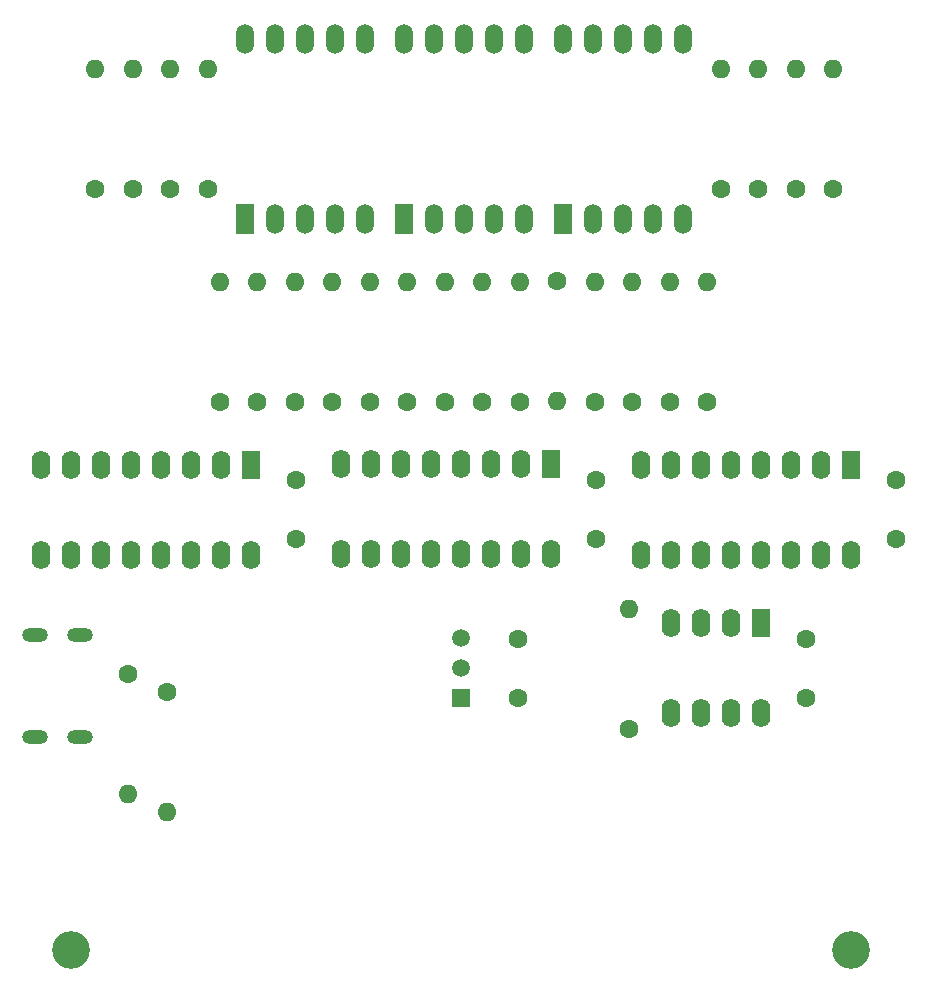
<source format=gts>
G04 #@! TF.GenerationSoftware,KiCad,Pcbnew,7.0.10*
G04 #@! TF.CreationDate,2024-02-08T17:52:20+11:00*
G04 #@! TF.ProjectId,Desktop Thermometer USB-C,4465736b-746f-4702-9054-6865726d6f6d,rev?*
G04 #@! TF.SameCoordinates,Original*
G04 #@! TF.FileFunction,Soldermask,Top*
G04 #@! TF.FilePolarity,Negative*
%FSLAX46Y46*%
G04 Gerber Fmt 4.6, Leading zero omitted, Abs format (unit mm)*
G04 Created by KiCad (PCBNEW 7.0.10) date 2024-02-08 17:52:20*
%MOMM*%
%LPD*%
G01*
G04 APERTURE LIST*
%ADD10C,1.600000*%
%ADD11O,1.600000X1.600000*%
%ADD12R,1.600000X2.400000*%
%ADD13O,1.600000X2.400000*%
%ADD14R,1.524000X2.524000*%
%ADD15O,1.524000X2.524000*%
%ADD16C,3.200000*%
%ADD17C,1.500000*%
%ADD18R,1.500000X1.500000*%
%ADD19O,2.204000X1.204000*%
G04 APERTURE END LIST*
D10*
X142001000Y-103179000D03*
X142001000Y-108179000D03*
X123205000Y-94717000D03*
X123205000Y-89717000D03*
X126253000Y-83073000D03*
D11*
X126253000Y-72913000D03*
D12*
X144780000Y-88392000D03*
D13*
X142240000Y-88392000D03*
X139700000Y-88392000D03*
X137160000Y-88392000D03*
X134620000Y-88392000D03*
X132080000Y-88392000D03*
X129540000Y-88392000D03*
X127000000Y-88392000D03*
X127000000Y-96012000D03*
X129540000Y-96012000D03*
X132080000Y-96012000D03*
X134620000Y-96012000D03*
X137160000Y-96012000D03*
X139700000Y-96012000D03*
X142240000Y-96012000D03*
X144780000Y-96012000D03*
D10*
X165496000Y-65039000D03*
D11*
X165496000Y-54879000D03*
D14*
X118879000Y-67579000D03*
D15*
X121419000Y-67579000D03*
X123959000Y-67579000D03*
X126499000Y-67579000D03*
X129039000Y-67579000D03*
X129039000Y-52339000D03*
X126499000Y-52339000D03*
X123959000Y-52339000D03*
X121419000Y-52339000D03*
X118879000Y-52339000D03*
D16*
X170180000Y-129540000D03*
D10*
X115712000Y-65039000D03*
D11*
X115712000Y-54879000D03*
D12*
X119395000Y-88407000D03*
D13*
X116855000Y-88407000D03*
X114315000Y-88407000D03*
X111775000Y-88407000D03*
X109235000Y-88407000D03*
X106695000Y-88407000D03*
X104155000Y-88407000D03*
X101615000Y-88407000D03*
X101615000Y-96027000D03*
X104155000Y-96027000D03*
X106695000Y-96027000D03*
X109235000Y-96027000D03*
X111775000Y-96027000D03*
X114315000Y-96027000D03*
X116855000Y-96027000D03*
X119395000Y-96027000D03*
D10*
X142128000Y-83073000D03*
D11*
X142128000Y-72913000D03*
D10*
X108966000Y-106172000D03*
D11*
X108966000Y-116332000D03*
D10*
X168671000Y-65039000D03*
D11*
X168671000Y-54879000D03*
D10*
X151399000Y-110759000D03*
D11*
X151399000Y-100599000D03*
D10*
X151653000Y-83073000D03*
D11*
X151653000Y-72913000D03*
D16*
X104140000Y-129540000D03*
D10*
X138953000Y-83073000D03*
D11*
X138953000Y-72913000D03*
D12*
X162565000Y-101854000D03*
D13*
X160025000Y-101854000D03*
X157485000Y-101854000D03*
X154945000Y-101854000D03*
X154945000Y-109474000D03*
X157485000Y-109474000D03*
X160025000Y-109474000D03*
X162565000Y-109474000D03*
D10*
X112537000Y-65039000D03*
D11*
X112537000Y-54879000D03*
D10*
X116728000Y-83073000D03*
D11*
X116728000Y-72913000D03*
D10*
X129428000Y-83073000D03*
D11*
X129428000Y-72913000D03*
D10*
X135778000Y-83073000D03*
D11*
X135778000Y-72913000D03*
D12*
X170195000Y-88407000D03*
D13*
X167655000Y-88407000D03*
X165115000Y-88407000D03*
X162575000Y-88407000D03*
X160035000Y-88407000D03*
X157495000Y-88407000D03*
X154955000Y-88407000D03*
X152415000Y-88407000D03*
X152415000Y-96027000D03*
X154955000Y-96027000D03*
X157495000Y-96027000D03*
X160035000Y-96027000D03*
X162575000Y-96027000D03*
X165115000Y-96027000D03*
X167655000Y-96027000D03*
X170195000Y-96027000D03*
D17*
X137181000Y-103124000D03*
X137181000Y-105664000D03*
D18*
X137181000Y-108204000D03*
D10*
X159146000Y-65039000D03*
D11*
X159146000Y-54879000D03*
D14*
X145811000Y-67579000D03*
D15*
X148351000Y-67579000D03*
X150891000Y-67579000D03*
X153431000Y-67579000D03*
X155971000Y-67579000D03*
X155971000Y-52339000D03*
X153431000Y-52339000D03*
X150891000Y-52339000D03*
X148351000Y-52339000D03*
X145811000Y-52339000D03*
D10*
X148605000Y-94717000D03*
X148605000Y-89717000D03*
X145303000Y-72898000D03*
D11*
X145303000Y-83058000D03*
D10*
X119903000Y-83073000D03*
D11*
X119903000Y-72913000D03*
D14*
X132341000Y-67579000D03*
D15*
X134881000Y-67579000D03*
X137421000Y-67579000D03*
X139961000Y-67579000D03*
X142501000Y-67579000D03*
X142501000Y-52339000D03*
X139961000Y-52339000D03*
X137421000Y-52339000D03*
X134881000Y-52339000D03*
X132341000Y-52339000D03*
D10*
X162321000Y-65039000D03*
D11*
X162321000Y-54879000D03*
D10*
X132603000Y-83073000D03*
D11*
X132603000Y-72913000D03*
D10*
X109362000Y-65039000D03*
D11*
X109362000Y-54879000D03*
D10*
X158003000Y-83073000D03*
D11*
X158003000Y-72913000D03*
D10*
X174005000Y-94717000D03*
X174005000Y-89717000D03*
X148478000Y-83073000D03*
D11*
X148478000Y-72913000D03*
D10*
X154828000Y-83073000D03*
D11*
X154828000Y-72913000D03*
D10*
X123078000Y-83073000D03*
D11*
X123078000Y-72913000D03*
D10*
X112268000Y-107696000D03*
D11*
X112268000Y-117856000D03*
D10*
X166385000Y-103179000D03*
X166385000Y-108179000D03*
X106187000Y-65039000D03*
D11*
X106187000Y-54879000D03*
D19*
X104910000Y-111490000D03*
X104910000Y-102850000D03*
X101110000Y-111490000D03*
X101110000Y-102850000D03*
M02*

</source>
